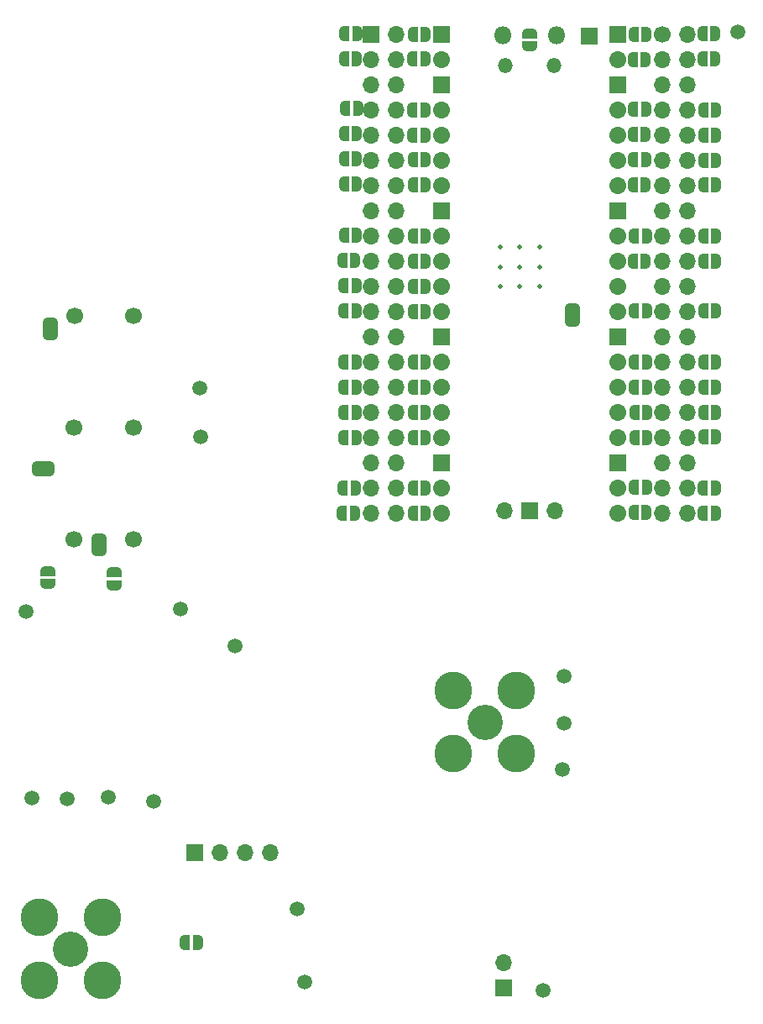
<source format=gbr>
%TF.GenerationSoftware,KiCad,Pcbnew,9.0.7-9.0.7~ubuntu24.04.1*%
%TF.CreationDate,2026-02-02T10:07:16-08:00*%
%TF.ProjectId,Frohne,46726f68-6e65-42e6-9b69-6361645f7063,rev?*%
%TF.SameCoordinates,Original*%
%TF.FileFunction,Soldermask,Bot*%
%TF.FilePolarity,Negative*%
%FSLAX46Y46*%
G04 Gerber Fmt 4.6, Leading zero omitted, Abs format (unit mm)*
G04 Created by KiCad (PCBNEW 9.0.7-9.0.7~ubuntu24.04.1) date 2026-02-02 10:07:16*
%MOMM*%
%LPD*%
G01*
G04 APERTURE LIST*
G04 Aperture macros list*
%AMFreePoly0*
4,1,23,0.500000,-0.750000,0.000000,-0.750000,0.000000,-0.745722,-0.065263,-0.745722,-0.191342,-0.711940,-0.304381,-0.646677,-0.396677,-0.554381,-0.461940,-0.441342,-0.495722,-0.315263,-0.495722,-0.250000,-0.500000,-0.250000,-0.500000,0.250000,-0.495722,0.250000,-0.495722,0.315263,-0.461940,0.441342,-0.396677,0.554381,-0.304381,0.646677,-0.191342,0.711940,-0.065263,0.745722,0.000000,0.745722,
0.000000,0.750000,0.500000,0.750000,0.500000,-0.750000,0.500000,-0.750000,$1*%
%AMFreePoly1*
4,1,23,0.000000,0.745722,0.065263,0.745722,0.191342,0.711940,0.304381,0.646677,0.396677,0.554381,0.461940,0.441342,0.495722,0.315263,0.495722,0.250000,0.500000,0.250000,0.500000,-0.250000,0.495722,-0.250000,0.495722,-0.315263,0.461940,-0.441342,0.396677,-0.554381,0.304381,-0.646677,0.191342,-0.711940,0.065263,-0.745722,0.000000,-0.745722,0.000000,-0.750000,-0.500000,-0.750000,
-0.500000,0.750000,0.000000,0.750000,0.000000,0.745722,0.000000,0.745722,$1*%
G04 Aperture macros list end*
%ADD10C,0.500000*%
%ADD11C,1.500000*%
%ADD12C,3.556000*%
%ADD13C,3.810000*%
%ADD14R,1.700000X1.700000*%
%ADD15O,1.700000X1.700000*%
%ADD16C,1.700000*%
%ADD17O,1.800000X1.800000*%
%ADD18O,1.500000X1.500000*%
%ADD19FreePoly0,180.000000*%
%ADD20FreePoly1,180.000000*%
%ADD21FreePoly0,270.000000*%
%ADD22FreePoly1,270.000000*%
%ADD23FreePoly0,90.000000*%
%ADD24FreePoly1,90.000000*%
G04 APERTURE END LIST*
%TO.C,e3*%
G36*
X104180000Y-62130000D02*
G01*
X105680000Y-62130000D01*
X105680000Y-62430000D01*
X104180000Y-62430000D01*
X104180000Y-62130000D01*
G37*
%TO.C,e5*%
G36*
X109120000Y-83920000D02*
G01*
X110620000Y-83920000D01*
X110620000Y-84220000D01*
X109120000Y-84220000D01*
X109120000Y-83920000D01*
G37*
%TO.C,JP2*%
G36*
X158340000Y-61030000D02*
G01*
X156840000Y-61030000D01*
X156840000Y-60730000D01*
X158340000Y-60730000D01*
X158340000Y-61030000D01*
G37*
%TO.C,e4*%
G36*
X104360000Y-75640000D02*
G01*
X104060000Y-75640000D01*
X104060000Y-77140000D01*
X104360000Y-77140000D01*
X104360000Y-75640000D01*
G37*
%TD*%
D10*
%TO.C,U6*%
X150310000Y-58050000D03*
X152310000Y-58050000D03*
X154310000Y-58050000D03*
X150310000Y-56050000D03*
X152310000Y-56050000D03*
X154310000Y-56050000D03*
X150310000Y-54050000D03*
X152310000Y-54050000D03*
X154310000Y-54050000D03*
%TD*%
D11*
%TO.C,TP1*%
X120060000Y-68290000D03*
%TD*%
D12*
%TO.C,J11*%
X107005000Y-124815000D03*
D13*
X103830000Y-121640000D03*
X103830000Y-127990000D03*
X110180000Y-121640000D03*
X110180000Y-127990000D03*
%TD*%
D11*
%TO.C,TP10*%
X123600000Y-94220000D03*
%TD*%
%TO.C,TP14*%
X103100000Y-109560000D03*
%TD*%
D14*
%TO.C,Je3*%
X119480000Y-115080000D03*
D15*
X122020000Y-115080000D03*
X124560000Y-115080000D03*
X127100000Y-115080000D03*
%TD*%
D14*
%TO.C,J5*%
X150650000Y-128750000D03*
D15*
X150650000Y-126210000D03*
%TD*%
D11*
%TO.C,TP25*%
X174310000Y-32350000D03*
%TD*%
%TO.C,TP12*%
X154660000Y-128960000D03*
%TD*%
D15*
%TO.C,J3*%
X166680000Y-80840000D03*
X169220000Y-80840000D03*
X166680000Y-78300000D03*
X169220000Y-78300000D03*
X166680000Y-75760000D03*
X169220000Y-75760000D03*
X166680000Y-73220000D03*
X169220000Y-73220000D03*
X166680000Y-70680000D03*
X169220000Y-70680000D03*
X166680000Y-68140000D03*
X169220000Y-68140000D03*
X166680000Y-65600000D03*
X169220000Y-65600000D03*
X166680000Y-63060000D03*
X169220000Y-63060000D03*
X166680000Y-60520000D03*
X169220000Y-60520000D03*
X166680000Y-57980000D03*
X169220000Y-57980000D03*
X166680000Y-55440000D03*
X169220000Y-55440000D03*
X166680000Y-52900000D03*
X169220000Y-52900000D03*
X166680000Y-50360000D03*
X169220000Y-50360000D03*
X166680000Y-47820000D03*
X169220000Y-47820000D03*
X166680000Y-45280000D03*
X169220000Y-45280000D03*
X166680000Y-42740000D03*
X169220000Y-42740000D03*
X166680000Y-40200000D03*
X169220000Y-40200000D03*
X166680000Y-37660000D03*
X169220000Y-37660000D03*
X166680000Y-35120000D03*
X169220000Y-35120000D03*
D16*
X166680000Y-32580000D03*
D15*
X169220000Y-32580000D03*
%TD*%
D11*
%TO.C,TP18*%
X102460000Y-90740000D03*
%TD*%
%TO.C,TP2*%
X120110000Y-73130000D03*
%TD*%
D16*
%TO.C,J9*%
X107370000Y-60950000D03*
X113370000Y-60950000D03*
%TD*%
D17*
%TO.C,U3*%
X150565000Y-32730000D03*
D18*
X150865000Y-35760000D03*
X155715000Y-35760000D03*
D17*
X156015000Y-32730000D03*
D15*
X144400000Y-32600000D03*
X144400000Y-35140000D03*
D14*
X144400000Y-37680000D03*
D15*
X144400000Y-40220000D03*
X144400000Y-42760000D03*
X144400000Y-45300000D03*
X144400000Y-47840000D03*
D14*
X144400000Y-50380000D03*
D15*
X144400000Y-52920000D03*
X144400000Y-55460000D03*
X144400000Y-58000000D03*
X144400000Y-60540000D03*
D14*
X144400000Y-63080000D03*
D15*
X144400000Y-65620000D03*
X144400000Y-68160000D03*
X144400000Y-70700000D03*
X144400000Y-73240000D03*
D14*
X144400000Y-75780000D03*
D15*
X144400000Y-78320000D03*
X144400000Y-80860000D03*
X162180000Y-80860000D03*
X162180000Y-78320000D03*
D14*
X162180000Y-75780000D03*
D15*
X162180000Y-73240000D03*
X162180000Y-70700000D03*
X162180000Y-68160000D03*
X162180000Y-65620000D03*
D14*
X162180000Y-63080000D03*
D15*
X162180000Y-60540000D03*
X162180000Y-58000000D03*
X162180000Y-55460000D03*
X162180000Y-52920000D03*
D14*
X162180000Y-50380000D03*
D15*
X162180000Y-47840000D03*
X162180000Y-45300000D03*
X162180000Y-42760000D03*
X162180000Y-40220000D03*
D14*
X162180000Y-37680000D03*
D15*
X162180000Y-35140000D03*
X162180000Y-32600000D03*
X150750000Y-80630000D03*
D14*
X153290000Y-80630000D03*
D15*
X155830000Y-80630000D03*
%TD*%
D11*
%TO.C,TP16*%
X106690000Y-109625000D03*
%TD*%
%TO.C,TP4*%
X156750000Y-102070000D03*
%TD*%
%TO.C,TP11*%
X129820000Y-120730000D03*
%TD*%
%TO.C,TP3*%
X156610000Y-106680000D03*
%TD*%
%TO.C,TP5*%
X156760000Y-97330000D03*
%TD*%
D14*
%TO.C,J4*%
X144400000Y-32600000D03*
D16*
X144400000Y-35140000D03*
X144400000Y-37680000D03*
X144400000Y-40220000D03*
X144400000Y-42760000D03*
X144400000Y-45300000D03*
X144400000Y-47840000D03*
X144400000Y-50380000D03*
X144400000Y-52920000D03*
X144400000Y-55460000D03*
X144400000Y-58000000D03*
X144400000Y-60540000D03*
X144400000Y-63080000D03*
X144400000Y-65620000D03*
X144400000Y-68160000D03*
X144400000Y-70700000D03*
X144400000Y-73240000D03*
X144400000Y-75780000D03*
X144400000Y-78320000D03*
X144400000Y-80860000D03*
%TD*%
D14*
%TO.C,J7*%
X159340000Y-32790000D03*
%TD*%
D11*
%TO.C,TP17*%
X118110000Y-90560000D03*
%TD*%
D12*
%TO.C,J8*%
X148805000Y-101925000D03*
D13*
X151980000Y-105100000D03*
X151980000Y-98750000D03*
X145630000Y-105100000D03*
X145630000Y-98750000D03*
%TD*%
D11*
%TO.C,TP7*%
X115400000Y-109950000D03*
%TD*%
%TO.C,TP6*%
X110820000Y-109535000D03*
%TD*%
D16*
%TO.C,J10*%
X162180000Y-80860000D03*
X162180000Y-78320000D03*
X162180000Y-75780000D03*
X162180000Y-73240000D03*
X162180000Y-70700000D03*
X162180000Y-68160000D03*
X162180000Y-65620000D03*
X162180000Y-63080000D03*
X162180000Y-60540000D03*
X162180000Y-58000000D03*
X162180000Y-55460000D03*
X162180000Y-52920000D03*
X162180000Y-50380000D03*
X162180000Y-47840000D03*
X162180000Y-45300000D03*
X162180000Y-42760000D03*
X162180000Y-40220000D03*
X162180000Y-37680000D03*
X162180000Y-35140000D03*
D14*
X162180000Y-32600000D03*
%TD*%
D11*
%TO.C,TP26*%
X130570000Y-128120000D03*
%TD*%
D16*
%TO.C,J1*%
X107340000Y-72240000D03*
X113340000Y-72240000D03*
%TD*%
D14*
%TO.C,J2*%
X137310000Y-32606000D03*
D15*
X139850000Y-32606000D03*
X137310000Y-35146000D03*
X139850000Y-35146000D03*
X137310000Y-37686000D03*
X139850000Y-37686000D03*
X137310000Y-40226000D03*
X139850000Y-40226000D03*
X137310000Y-42766000D03*
X139850000Y-42766000D03*
X137310000Y-45306000D03*
X139850000Y-45306000D03*
X137310000Y-47846000D03*
X139850000Y-47846000D03*
X137310000Y-50386000D03*
X139850000Y-50386000D03*
X137310000Y-52926000D03*
X139850000Y-52926000D03*
X137310000Y-55466000D03*
X139850000Y-55466000D03*
X137310000Y-58006000D03*
X139850000Y-58006000D03*
X137310000Y-60546000D03*
X139850000Y-60546000D03*
X137310000Y-63086000D03*
X139850000Y-63086000D03*
X137310000Y-65626000D03*
X139850000Y-65626000D03*
X137310000Y-68166000D03*
X139850000Y-68166000D03*
X137310000Y-70706000D03*
X139850000Y-70706000D03*
X137310000Y-73246000D03*
X139850000Y-73246000D03*
X137310000Y-75786000D03*
X139850000Y-75786000D03*
X137310000Y-78326000D03*
X139850000Y-78326000D03*
X137310000Y-80866000D03*
X139850000Y-80866000D03*
%TD*%
D16*
%TO.C,J12*%
X107330000Y-83520000D03*
X113330000Y-83520000D03*
%TD*%
D19*
%TO.C,JP45*%
X165120000Y-68160000D03*
D20*
X163820000Y-68160000D03*
%TD*%
D19*
%TO.C,JP33*%
X172060000Y-78360000D03*
D20*
X170760000Y-78360000D03*
%TD*%
D19*
%TO.C,JP56*%
X142790000Y-47790000D03*
D20*
X141490000Y-47790000D03*
%TD*%
D19*
%TO.C,JP78*%
X135820000Y-65620000D03*
D20*
X134520000Y-65620000D03*
%TD*%
D21*
%TO.C,e3*%
X104930000Y-61630000D03*
D22*
X104930000Y-62930000D03*
%TD*%
D19*
%TO.C,JP58*%
X142810000Y-55460000D03*
D20*
X141510000Y-55460000D03*
%TD*%
D19*
%TO.C,JP77*%
X135820000Y-60480000D03*
D20*
X134520000Y-60480000D03*
%TD*%
D19*
%TO.C,JP74*%
X135860000Y-52860000D03*
D20*
X134560000Y-52860000D03*
%TD*%
D19*
%TO.C,JP25*%
X172110000Y-47785000D03*
D20*
X170810000Y-47785000D03*
%TD*%
D21*
%TO.C,JP50*%
X153280000Y-32540000D03*
D22*
X153280000Y-33840000D03*
%TD*%
D19*
%TO.C,JP66*%
X142810000Y-80860000D03*
D20*
X141510000Y-80860000D03*
%TD*%
D19*
%TO.C,JP79*%
X135820000Y-68160000D03*
D20*
X134520000Y-68160000D03*
%TD*%
D19*
%TO.C,JP71*%
X135885000Y-42610000D03*
D20*
X134585000Y-42610000D03*
%TD*%
D19*
%TO.C,JP76*%
X135830000Y-57940000D03*
D20*
X134530000Y-57940000D03*
%TD*%
D21*
%TO.C,e5*%
X109870000Y-83420000D03*
D22*
X109870000Y-84720000D03*
%TD*%
D19*
%TO.C,JP31*%
X172135000Y-70685000D03*
D20*
X170835000Y-70685000D03*
%TD*%
D19*
%TO.C,JP83*%
X135660000Y-80860000D03*
D20*
X134360000Y-80860000D03*
%TD*%
D19*
%TO.C,JP44*%
X165120000Y-65610000D03*
D20*
X163820000Y-65610000D03*
%TD*%
D19*
%TO.C,JP27*%
X172085000Y-55460000D03*
D20*
X170785000Y-55460000D03*
%TD*%
D19*
%TO.C,JP70*%
X136010000Y-40060000D03*
D20*
X134710000Y-40060000D03*
%TD*%
D19*
%TO.C,JP57*%
X142810000Y-52920000D03*
D20*
X141510000Y-52920000D03*
%TD*%
D21*
%TO.C,JP18*%
X111360000Y-86830000D03*
D22*
X111360000Y-88130000D03*
%TD*%
D19*
%TO.C,JP63*%
X142810000Y-70700000D03*
D20*
X141510000Y-70700000D03*
%TD*%
D19*
%TO.C,JP73*%
X135885000Y-47685000D03*
D20*
X134585000Y-47685000D03*
%TD*%
D19*
%TO.C,JP55*%
X142800000Y-45250000D03*
D20*
X141500000Y-45250000D03*
%TD*%
D19*
%TO.C,JP41*%
X165120000Y-52930000D03*
D20*
X163820000Y-52930000D03*
%TD*%
D19*
%TO.C,JP80*%
X135820000Y-70700000D03*
D20*
X134520000Y-70700000D03*
%TD*%
D19*
%TO.C,JP43*%
X165120000Y-60510000D03*
D20*
X163820000Y-60510000D03*
%TD*%
D19*
%TO.C,JP39*%
X165040000Y-45220000D03*
D20*
X163740000Y-45220000D03*
%TD*%
D19*
%TO.C,JP26*%
X172085000Y-52910000D03*
D20*
X170785000Y-52910000D03*
%TD*%
D19*
%TO.C,JP67*%
X135910000Y-32560000D03*
D20*
X134610000Y-32560000D03*
%TD*%
D19*
%TO.C,JP29*%
X172110000Y-65610000D03*
D20*
X170810000Y-65610000D03*
%TD*%
D19*
%TO.C,JP34*%
X172060000Y-80910000D03*
D20*
X170760000Y-80910000D03*
%TD*%
D19*
%TO.C,JP49*%
X165090000Y-80820000D03*
D20*
X163790000Y-80820000D03*
%TD*%
D19*
%TO.C,JP36*%
X165020000Y-35140000D03*
D20*
X163720000Y-35140000D03*
%TD*%
D19*
%TO.C,JP40*%
X165000000Y-47760000D03*
D20*
X163700000Y-47760000D03*
%TD*%
D19*
%TO.C,JP65*%
X142810000Y-78320000D03*
D20*
X141510000Y-78320000D03*
%TD*%
D19*
%TO.C,JP28*%
X172085000Y-60510000D03*
D20*
X170785000Y-60510000D03*
%TD*%
D19*
%TO.C,JP68*%
X135885000Y-35060000D03*
D20*
X134585000Y-35060000D03*
%TD*%
D19*
%TO.C,JP32*%
X172135000Y-73210000D03*
D20*
X170835000Y-73210000D03*
%TD*%
D19*
%TO.C,JP30*%
X172135000Y-68160000D03*
D20*
X170835000Y-68160000D03*
%TD*%
D19*
%TO.C,JP42*%
X164990000Y-55460000D03*
D20*
X163690000Y-55460000D03*
%TD*%
D19*
%TO.C,JP54*%
X142780000Y-42750000D03*
D20*
X141480000Y-42750000D03*
%TD*%
D19*
%TO.C,JP51*%
X142840000Y-32590000D03*
D20*
X141540000Y-32590000D03*
%TD*%
D19*
%TO.C,JP62*%
X142810000Y-68160000D03*
D20*
X141510000Y-68160000D03*
%TD*%
D19*
%TO.C,JP53*%
X142780000Y-40250000D03*
D20*
X141480000Y-40250000D03*
%TD*%
D19*
%TO.C,JP60*%
X142810000Y-60540000D03*
D20*
X141510000Y-60540000D03*
%TD*%
D19*
%TO.C,JP47*%
X165180000Y-73250000D03*
D20*
X163880000Y-73250000D03*
%TD*%
D19*
%TO.C,JP72*%
X135885000Y-45160000D03*
D20*
X134585000Y-45160000D03*
%TD*%
D19*
%TO.C,JP38*%
X165010000Y-42710000D03*
D20*
X163710000Y-42710000D03*
%TD*%
D19*
%TO.C,JP46*%
X165180000Y-70720000D03*
D20*
X163880000Y-70720000D03*
%TD*%
D19*
%TO.C,JP61*%
X142810000Y-65620000D03*
D20*
X141510000Y-65620000D03*
%TD*%
D19*
%TO.C,JP81*%
X135820000Y-73240000D03*
D20*
X134520000Y-73240000D03*
%TD*%
D19*
%TO.C,JP64*%
X142810000Y-73240000D03*
D20*
X141510000Y-73240000D03*
%TD*%
D23*
%TO.C,JP2*%
X157590000Y-61530000D03*
D24*
X157590000Y-60230000D03*
%TD*%
D19*
%TO.C,JP48*%
X165130000Y-78280000D03*
D20*
X163830000Y-78280000D03*
%TD*%
D19*
%TO.C,JP75*%
X135710000Y-55410000D03*
D20*
X134410000Y-55410000D03*
%TD*%
D19*
%TO.C,JP24*%
X172135000Y-45285000D03*
D20*
X170835000Y-45285000D03*
%TD*%
D19*
%TO.C,JP52*%
X142780000Y-35100000D03*
D20*
X141480000Y-35100000D03*
%TD*%
D19*
%TO.C,JP23*%
X172135000Y-42735000D03*
D20*
X170835000Y-42735000D03*
%TD*%
D19*
%TO.C,JP22*%
X172135000Y-40210000D03*
D20*
X170835000Y-40210000D03*
%TD*%
D19*
%TO.C,JP59*%
X142810000Y-58000000D03*
D20*
X141510000Y-58000000D03*
%TD*%
D19*
%TO.C,JP37*%
X165040000Y-40110000D03*
D20*
X163740000Y-40110000D03*
%TD*%
D19*
%TO.C,JP82*%
X135735000Y-78310000D03*
D20*
X134435000Y-78310000D03*
%TD*%
D19*
%TO.C,JP21*%
X172035000Y-35060000D03*
D20*
X170735000Y-35060000D03*
%TD*%
D19*
%TO.C,e4*%
X104860000Y-76390000D03*
D20*
X103560000Y-76390000D03*
%TD*%
D19*
%TO.C,JP20*%
X172035000Y-32535000D03*
D20*
X170735000Y-32535000D03*
%TD*%
D19*
%TO.C,JP35*%
X165100000Y-32590000D03*
D20*
X163800000Y-32590000D03*
%TD*%
D19*
%TO.C,JP88*%
X119840000Y-124100000D03*
D20*
X118540000Y-124100000D03*
%TD*%
D23*
%TO.C,JP19*%
X104670000Y-87980000D03*
D24*
X104670000Y-86680000D03*
%TD*%
M02*

</source>
